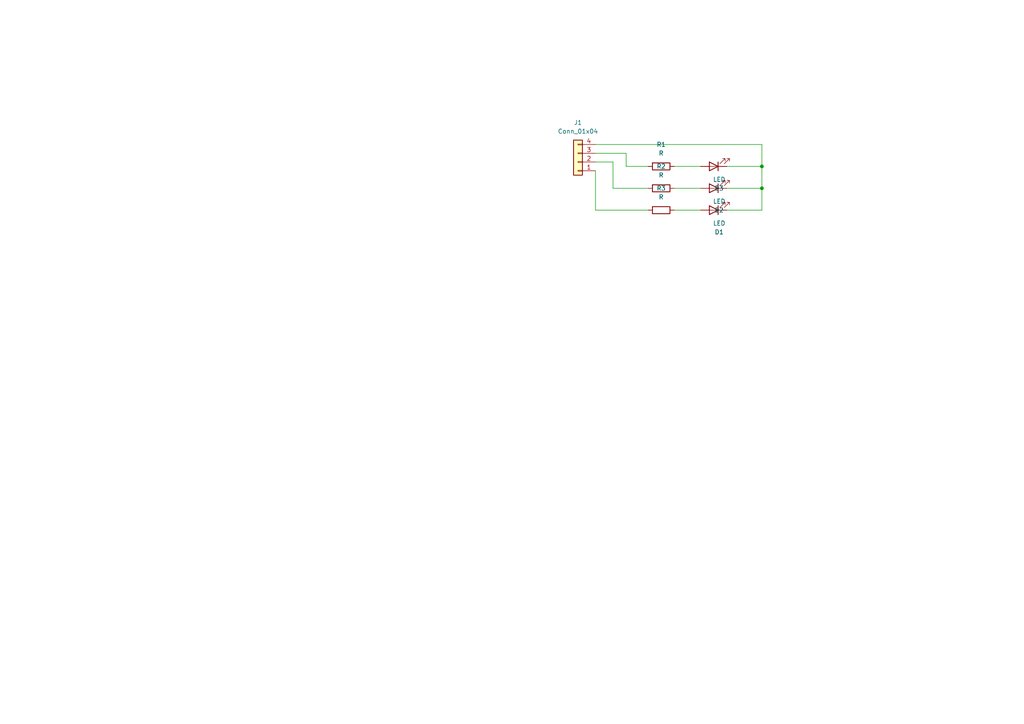
<source format=kicad_sch>
(kicad_sch (version 20230121) (generator eeschema)
  (paper "A4")
  (lib_symbols
    (symbol "Connector_Generic:Conn_01x04" (pin_names (offset 1.016) hide)
      (property "Reference" "J" (at 0 5.08 0))
      (property "Value" "Conn_01x04" (at 0 -7.62 0))
      (symbol "Conn_01x04_1_1"
        (rectangle (start -1.27 -4.953) (end 0 -5.207) (stroke (width 0.1524)))
        (rectangle (start -1.27 -2.413) (end 0 -2.667) (stroke (width 0.1524)))
        (rectangle (start -1.27 0.127) (end 0 -0.127) (stroke (width 0.1524)))
        (rectangle (start -1.27 2.667) (end 0 2.413) (stroke (width 0.1524)))
        (rectangle (start -1.27 3.81) (end 1.27 -6.35) (stroke (width 0.254)) (fill (type background)))
        (pin passive line (at -5.08 2.54 0) (length 3.81) (name "Pin_1") (number "1"))
        (pin passive line (at -5.08 0 0) (length 3.81) (name "Pin_2") (number "2"))
        (pin passive line (at -5.08 -2.54 0) (length 3.81) (name "Pin_3") (number "3"))
        (pin passive line (at -5.08 -5.08 0) (length 3.81) (name "Pin_4") (number "4"))
      )
    )
    (symbol "Device:LED" (pin_numbers hide) (pin_names (offset 1.016) hide)
      (property "Reference" "D" (at 0 2.54 0))
      (property "Value" "LED" (at 0 -2.54 0))
      (symbol "LED_0_1"
        (polyline (pts (xy -1.27 -1.27) (xy -1.27 1.27)) (stroke (width 0.254)))
        (polyline (pts (xy -1.27 0) (xy 1.27 0)))
        (polyline (pts (xy 1.27 -1.27) (xy 1.27 1.27) (xy -1.27 0) (xy 1.27 -1.27)) (stroke (width 0.254)))
        (polyline (pts (xy -3.048 -0.762) (xy -4.572 -2.286) (xy -3.81 -2.286) (xy -4.572 -2.286) (xy -4.572 -1.524)))
        (polyline (pts (xy -1.778 -0.762) (xy -3.302 -2.286) (xy -2.54 -2.286) (xy -3.302 -2.286) (xy -3.302 -1.524)))
      )
      (symbol "LED_1_1"
        (pin passive line (at -3.81 0 0) (length 2.54) (name "K") (number "1"))
        (pin passive line (at 3.81 0 180) (length 2.54) (name "A") (number "2"))
      )
    )
    (symbol "Device:R" (pin_numbers hide) (pin_names (offset 0))
      (property "Reference" "R" (at 2.032 0 90))
      (property "Value" "R" (at 0 0 90))
      (symbol "R_0_1"
        (rectangle (start -1.016 -2.54) (end 1.016 2.54) (stroke (width 0.254)))
      )
      (symbol "R_1_1"
        (pin passive line (at 0 3.81 270) (length 1.27) (name "~") (number "1"))
        (pin passive line (at 0 -3.81 90) (length 1.27) (name "~") (number "2"))
      )
    )
  )
  (junction (at 220.98 54.61))
  (junction (at 220.98 48.26))
  (wire (pts (xy 220.98 41.91) (xy 220.98 48.26)))
  (wire (pts (xy 220.98 54.61) (xy 210.82 54.61)))
  (wire (pts (xy 181.61 48.26) (xy 187.96 48.26)))
  (wire (pts (xy 195.58 48.26) (xy 203.2 48.26)))
  (wire (pts (xy 195.58 60.96) (xy 203.2 60.96)))
  (wire (pts (xy 210.82 48.26) (xy 220.98 48.26)))
  (wire (pts (xy 172.72 41.91) (xy 220.98 41.91)))
  (wire (pts (xy 172.72 46.99) (xy 177.8 46.99)))
  (wire (pts (xy 220.98 48.26) (xy 220.98 54.61)))
  (wire (pts (xy 172.72 60.96) (xy 187.96 60.96)))
  (wire (pts (xy 220.98 54.61) (xy 220.98 60.96)))
  (wire (pts (xy 195.58 54.61) (xy 203.2 54.61)))
  (wire (pts (xy 172.72 44.45) (xy 181.61 44.45)))
  (wire (pts (xy 172.72 49.53) (xy 172.72 60.96)))
  (wire (pts (xy 177.8 46.99) (xy 177.8 54.61)))
  (wire (pts (xy 177.8 54.61) (xy 187.96 54.61)))
  (wire (pts (xy 220.98 60.96) (xy 210.82 60.96)))
  (wire (pts (xy 181.61 44.45) (xy 181.61 48.26)))
  (symbol (lib_id "Device:LED") (at 207.01 54.61 180) (unit 1)
    (property "Reference" "D2" (at 208.5975 60.96 0))
    (property "Value" "LED" (at 208.5975 58.42 0))
  )
  (symbol (lib_id "Device:R") (at 191.77 54.61 90) (unit 1)
    (property "Reference" "R2" (at 191.77 48.26 90))
    (property "Value" "R" (at 191.77 50.8 90))
  )
  (symbol (lib_id "Device:LED") (at 207.01 60.96 180) (unit 1)
    (property "Reference" "D1" (at 208.5975 67.31 0))
    (property "Value" "LED" (at 208.5975 64.77 0))
  )
  (symbol (lib_id "Connector_Generic:Conn_01x04") (at 167.64 46.99 180) (unit 1)
    (property "Reference" "J1" (at 167.64 35.56 0))
    (property "Value" "Conn_01x04" (at 167.64 38.1 0))
  )
  (symbol (lib_id "Device:R") (at 191.77 60.96 90) (unit 1)
    (property "Reference" "R3" (at 191.77 54.61 90))
    (property "Value" "R" (at 191.77 57.15 90))
  )
  (symbol (lib_id "Device:LED") (at 207.01 48.26 180) (unit 1)
    (property "Reference" "D3" (at 208.5975 54.61 0))
    (property "Value" "LED" (at 208.5975 52.07 0))
  )
  (symbol (lib_id "Device:R") (at 191.77 48.26 90) (unit 1)
    (property "Reference" "R1" (at 191.77 41.91 90))
    (property "Value" "R" (at 191.77 44.45 90))
  )
)
</source>
